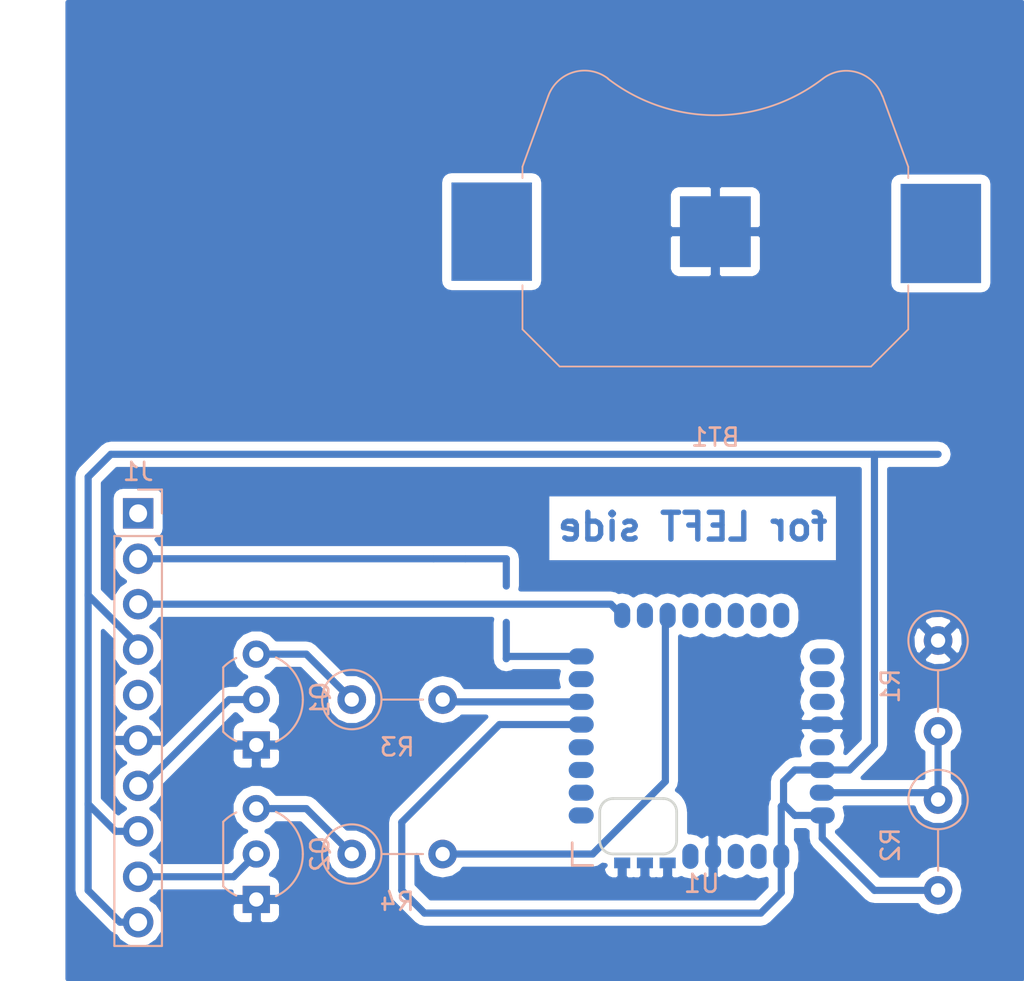
<source format=kicad_pcb>
(kicad_pcb (version 4) (host pcbnew 4.0.7)

  (general
    (links 27)
    (no_connects 8)
    (area 110.114761 59.389999 167.640001 118.413)
    (thickness 1.6)
    (drawings 1)
    (tracks 60)
    (zones 0)
    (modules 9)
    (nets 33)
  )

  (page A4)
  (layers
    (0 F.Cu signal)
    (31 B.Cu signal)
    (32 B.Adhes user)
    (33 F.Adhes user)
    (34 B.Paste user)
    (35 F.Paste user)
    (36 B.SilkS user)
    (37 F.SilkS user)
    (38 B.Mask user)
    (39 F.Mask user)
    (40 Dwgs.User user)
    (41 Cmts.User user)
    (42 Eco1.User user)
    (43 Eco2.User user)
    (44 Edge.Cuts user)
    (45 Margin user)
    (46 B.CrtYd user)
    (47 F.CrtYd user)
    (48 B.Fab user)
    (49 F.Fab user)
  )

  (setup
    (last_trace_width 0.4)
    (trace_clearance 0.4)
    (zone_clearance 0.508)
    (zone_45_only yes)
    (trace_min 0.4)
    (segment_width 0.2)
    (edge_width 0.15)
    (via_size 0.6)
    (via_drill 0.4)
    (via_min_size 0.4)
    (via_min_drill 0.3)
    (uvia_size 0.3)
    (uvia_drill 0.1)
    (uvias_allowed no)
    (uvia_min_size 0.2)
    (uvia_min_drill 0.1)
    (pcb_text_width 0.3)
    (pcb_text_size 1.5 1.5)
    (mod_edge_width 0.15)
    (mod_text_size 1 1)
    (mod_text_width 0.15)
    (pad_size 6 5.5)
    (pad_drill 0)
    (pad_to_mask_clearance 0.2)
    (aux_axis_origin 0 0)
    (grid_origin 97.79 128.27)
    (visible_elements FFFFFF7F)
    (pcbplotparams
      (layerselection 0x00030_80000001)
      (usegerberextensions false)
      (excludeedgelayer true)
      (linewidth 0.100000)
      (plotframeref false)
      (viasonmask false)
      (mode 1)
      (useauxorigin false)
      (hpglpennumber 1)
      (hpglpenspeed 20)
      (hpglpendiameter 15)
      (hpglpenoverlay 2)
      (psnegative false)
      (psa4output false)
      (plotreference true)
      (plotvalue true)
      (plotinvisibletext false)
      (padsonsilk false)
      (subtractmaskfromsilk false)
      (outputformat 1)
      (mirror false)
      (drillshape 1)
      (scaleselection 1)
      (outputdirectory ""))
  )

  (net 0 "")
  (net 1 GND)
  (net 2 "Net-(Q1-Pad3)")
  (net 3 "Net-(Q2-Pad3)")
  (net 4 "Net-(U1-Pad1)")
  (net 5 "Net-(U1-Pad2)")
  (net 6 "Net-(U1-Pad7)")
  (net 7 "Net-(U1-Pad10)")
  (net 8 "Net-(U1-Pad12)")
  (net 9 "Net-(U1-Pad13)")
  (net 10 "Net-(U1-Pad14)")
  (net 11 "Net-(U1-Pad15)")
  (net 12 "Net-(U1-Pad16)")
  (net 13 "Net-(U1-Pad17)")
  (net 14 "Net-(U1-Pad18)")
  (net 15 "Net-(U1-Pad19)")
  (net 16 "Net-(U1-Pad21)")
  (net 17 "Net-(U1-Pad26)")
  (net 18 "Net-(U1-Pad27)")
  (net 19 "Net-(U1-Pad29)")
  (net 20 VCC)
  (net 21 "Net-(BT1-Pad1)")
  (net 22 "Net-(J1-Pad1)")
  (net 23 TX)
  (net 24 RX)
  (net 25 "Net-(J1-Pad5)")
  (net 26 "Net-(R1-Pad2)")
  (net 27 "Net-(R3-Pad2)")
  (net 28 "Net-(R4-Pad2)")
  (net 29 "Net-(J1-Pad7)")
  (net 30 "Net-(J1-Pad9)")
  (net 31 "Net-(U1-Pad6)")
  (net 32 "Net-(U1-Pad11)")

  (net_class Default "これは標準のネット クラスです。"
    (clearance 0.4)
    (trace_width 0.4)
    (via_dia 0.6)
    (via_drill 0.4)
    (uvia_dia 0.3)
    (uvia_drill 0.1)
    (add_net GND)
    (add_net "Net-(BT1-Pad1)")
    (add_net "Net-(J1-Pad1)")
    (add_net "Net-(J1-Pad5)")
    (add_net "Net-(J1-Pad7)")
    (add_net "Net-(J1-Pad9)")
    (add_net "Net-(Q1-Pad3)")
    (add_net "Net-(Q2-Pad3)")
    (add_net "Net-(R1-Pad2)")
    (add_net "Net-(R3-Pad2)")
    (add_net "Net-(R4-Pad2)")
    (add_net "Net-(U1-Pad1)")
    (add_net "Net-(U1-Pad10)")
    (add_net "Net-(U1-Pad11)")
    (add_net "Net-(U1-Pad12)")
    (add_net "Net-(U1-Pad13)")
    (add_net "Net-(U1-Pad14)")
    (add_net "Net-(U1-Pad15)")
    (add_net "Net-(U1-Pad16)")
    (add_net "Net-(U1-Pad17)")
    (add_net "Net-(U1-Pad18)")
    (add_net "Net-(U1-Pad19)")
    (add_net "Net-(U1-Pad2)")
    (add_net "Net-(U1-Pad21)")
    (add_net "Net-(U1-Pad26)")
    (add_net "Net-(U1-Pad27)")
    (add_net "Net-(U1-Pad29)")
    (add_net "Net-(U1-Pad6)")
    (add_net "Net-(U1-Pad7)")
    (add_net RX)
    (add_net TX)
    (add_net VCC)
  )

  (module mylib:Keystone_3034_1x20mm-CoinCell_akizuki (layer B.Cu) (tedit 5A64B886) (tstamp 5A717F5D)
    (at 150.368 76.2)
    (descr "Keystone 3034 SMD battery holder for 2020, 2025 and 2032 coincell batteries. http://www.keyelco.com/product-pdf.cfm?p=798")
    (tags "Keystone type 3034 coin cell retainer")
    (path /5A64919C)
    (attr smd)
    (fp_text reference BT1 (at 0 11.5) (layer B.SilkS)
      (effects (font (size 1 1) (thickness 0.15)) (justify mirror))
    )
    (fp_text value Battery (at 0 -11.5) (layer B.Fab)
      (effects (font (size 1 1) (thickness 0.15)) (justify mirror))
    )
    (fp_text user %R (at 0 2.9) (layer B.Fab)
      (effects (font (size 1 1) (thickness 0.15)) (justify mirror))
    )
    (fp_circle (center 0 0) (end 0 -10.25) (layer Dwgs.User) (width 0.15))
    (fp_arc (start 0 -16.36) (end 6 -8.55) (angle 75.1) (layer B.SilkS) (width 0.1))
    (fp_arc (start -7.31 -6.85) (end -9.34 -7.58) (angle 107.5) (layer B.SilkS) (width 0.1))
    (fp_line (start -10.78 -3.63) (end -9.34 -7.58) (layer B.SilkS) (width 0.1))
    (fp_line (start -8.7 7.54) (end -10.78 5.46) (layer B.SilkS) (width 0.1))
    (fp_line (start 8.7 7.54) (end -8.7 7.54) (layer B.SilkS) (width 0.1))
    (fp_line (start 8.7 7.54) (end 10.78 5.46) (layer B.SilkS) (width 0.1))
    (fp_line (start 10.78 -3.63) (end 9.34 -7.58) (layer B.SilkS) (width 0.1))
    (fp_arc (start 7.31 -6.85) (end 6 -8.55) (angle 107.5) (layer B.SilkS) (width 0.1))
    (fp_line (start -10.78 5.46) (end -10.78 3) (layer B.SilkS) (width 0.1))
    (fp_line (start -10.78 -3) (end -10.78 -3.63) (layer B.SilkS) (width 0.1))
    (fp_line (start 10.78 5.46) (end 10.78 3) (layer B.SilkS) (width 0.1))
    (fp_line (start 10.78 -3) (end 10.78 -3.63) (layer B.SilkS) (width 0.1))
    (fp_line (start -9.19 -7.53) (end -10.63 -3.6) (layer B.Fab) (width 0.1))
    (fp_line (start -10.63 -3.6) (end -10.63 5.4) (layer B.Fab) (width 0.1))
    (fp_line (start -10.63 5.4) (end -8.64 7.39) (layer B.Fab) (width 0.1))
    (fp_line (start -8.64 7.39) (end 8.64 7.39) (layer B.Fab) (width 0.1))
    (fp_line (start 8.64 7.39) (end 10.63 5.4) (layer B.Fab) (width 0.1))
    (fp_line (start 10.63 5.4) (end 10.63 -3.6) (layer B.Fab) (width 0.1))
    (fp_line (start 10.63 -3.6) (end 9.19 -7.53) (layer B.Fab) (width 0.1))
    (fp_arc (start 7.31 -6.85) (end 6.1 -8.43) (angle 107.5) (layer B.Fab) (width 0.1))
    (fp_arc (start 0 -16.36) (end 6.1 -8.43) (angle 75.1) (layer B.Fab) (width 0.1))
    (fp_arc (start -7.31 -6.85) (end -9.19 -7.53) (angle 107.5) (layer B.Fab) (width 0.1))
    (fp_line (start 11.87 2.79) (end 10.88 2.79) (layer B.CrtYd) (width 0.05))
    (fp_line (start 10.88 2.79) (end 10.88 5.5) (layer B.CrtYd) (width 0.05))
    (fp_line (start 10.88 5.5) (end 8.74 7.64) (layer B.CrtYd) (width 0.05))
    (fp_line (start 8.74 7.64) (end 7.2 7.64) (layer B.CrtYd) (width 0.05))
    (fp_arc (start 0 0) (end 7.2 7.64) (angle 86.6) (layer B.CrtYd) (width 0.05))
    (fp_line (start -7.2 7.64) (end -8.74 7.64) (layer B.CrtYd) (width 0.05))
    (fp_line (start -8.74 7.64) (end -10.88 5.5) (layer B.CrtYd) (width 0.05))
    (fp_line (start -10.88 5.5) (end -10.88 2.79) (layer B.CrtYd) (width 0.05))
    (fp_line (start -10.88 2.79) (end -11.87 2.79) (layer B.CrtYd) (width 0.05))
    (fp_line (start -11.87 2.79) (end -11.87 -2.79) (layer B.CrtYd) (width 0.05))
    (fp_line (start -11.87 -2.79) (end -10.88 -2.79) (layer B.CrtYd) (width 0.05))
    (fp_line (start -10.88 -2.79) (end -10.88 -3.64) (layer B.CrtYd) (width 0.05))
    (fp_line (start -10.88 -3.64) (end -9.44 -7.62) (layer B.CrtYd) (width 0.05))
    (fp_arc (start -7.31 -6.85) (end -9.43 -7.62) (angle 106.9) (layer B.CrtYd) (width 0.05))
    (fp_arc (start 0 0) (end -5.96 -8.64) (angle 69.1) (layer B.CrtYd) (width 0.05))
    (fp_arc (start 7.31 -6.85) (end 5.96 -8.64) (angle 106.9) (layer B.CrtYd) (width 0.05))
    (fp_line (start 9.43 -7.63) (end 10.88 -3.64) (layer B.CrtYd) (width 0.05))
    (fp_line (start 10.88 -3.64) (end 10.88 -2.79) (layer B.CrtYd) (width 0.05))
    (fp_line (start 10.88 -2.79) (end 11.87 -2.79) (layer B.CrtYd) (width 0.05))
    (fp_line (start 11.87 -2.79) (end 11.87 2.79) (layer B.CrtYd) (width 0.05))
    (pad 1 smd rect (at -12.5 0) (size 4.5 5.5) (layers B.Cu B.Paste B.Mask)
      (net 21 "Net-(BT1-Pad1)"))
    (pad 2 smd rect (at 0 0) (size 3.96 3.96) (layers B.Cu B.Paste B.Mask)
      (net 1 GND))
    (pad 1 smd rect (at 12.6 0.1) (size 4.5 5.55) (layers B.Cu B.Paste B.Mask)
      (net 21 "Net-(BT1-Pad1)"))
    (model ${KISYS3DMOD}/Battery_Holders.3dshapes/Keystone_3034_1x20mm-CoinCell.wrl
      (at (xyz 0 0 0))
      (scale (xyz 1 1 1))
      (rotate (xyz 0 0 0))
    )
  )

  (module Socket_Strips:Socket_Strip_Straight_1x10_Pitch2.54mm (layer B.Cu) (tedit 58CD5446) (tstamp 5A717F6B)
    (at 118.11 91.948 180)
    (descr "Through hole straight socket strip, 1x10, 2.54mm pitch, single row")
    (tags "Through hole socket strip THT 1x10 2.54mm single row")
    (path /5A717BC7)
    (fp_text reference J1 (at 0 2.33 180) (layer B.SilkS)
      (effects (font (size 1 1) (thickness 0.15)) (justify mirror))
    )
    (fp_text value Conn_01x10_Female (at 0 -25.19 180) (layer B.Fab)
      (effects (font (size 1 1) (thickness 0.15)) (justify mirror))
    )
    (fp_line (start -1.27 1.27) (end -1.27 -24.13) (layer B.Fab) (width 0.1))
    (fp_line (start -1.27 -24.13) (end 1.27 -24.13) (layer B.Fab) (width 0.1))
    (fp_line (start 1.27 -24.13) (end 1.27 1.27) (layer B.Fab) (width 0.1))
    (fp_line (start 1.27 1.27) (end -1.27 1.27) (layer B.Fab) (width 0.1))
    (fp_line (start -1.33 -1.27) (end -1.33 -24.19) (layer B.SilkS) (width 0.12))
    (fp_line (start -1.33 -24.19) (end 1.33 -24.19) (layer B.SilkS) (width 0.12))
    (fp_line (start 1.33 -24.19) (end 1.33 -1.27) (layer B.SilkS) (width 0.12))
    (fp_line (start 1.33 -1.27) (end -1.33 -1.27) (layer B.SilkS) (width 0.12))
    (fp_line (start -1.33 0) (end -1.33 1.33) (layer B.SilkS) (width 0.12))
    (fp_line (start -1.33 1.33) (end 0 1.33) (layer B.SilkS) (width 0.12))
    (fp_line (start -1.8 1.8) (end -1.8 -24.65) (layer B.CrtYd) (width 0.05))
    (fp_line (start -1.8 -24.65) (end 1.8 -24.65) (layer B.CrtYd) (width 0.05))
    (fp_line (start 1.8 -24.65) (end 1.8 1.8) (layer B.CrtYd) (width 0.05))
    (fp_line (start 1.8 1.8) (end -1.8 1.8) (layer B.CrtYd) (width 0.05))
    (fp_text user %R (at 0 2.33 180) (layer B.Fab)
      (effects (font (size 1 1) (thickness 0.15)) (justify mirror))
    )
    (pad 1 thru_hole rect (at 0 0 180) (size 1.7 1.7) (drill 1) (layers *.Cu *.Mask)
      (net 22 "Net-(J1-Pad1)"))
    (pad 2 thru_hole oval (at 0 -2.54 180) (size 1.7 1.7) (drill 1) (layers *.Cu *.Mask)
      (net 23 TX))
    (pad 3 thru_hole oval (at 0 -5.08 180) (size 1.7 1.7) (drill 1) (layers *.Cu *.Mask)
      (net 24 RX))
    (pad 4 thru_hole oval (at 0 -7.62 180) (size 1.7 1.7) (drill 1) (layers *.Cu *.Mask)
      (net 20 VCC))
    (pad 5 thru_hole oval (at 0 -10.16 180) (size 1.7 1.7) (drill 1) (layers *.Cu *.Mask)
      (net 25 "Net-(J1-Pad5)"))
    (pad 6 thru_hole oval (at 0 -12.7 180) (size 1.7 1.7) (drill 1) (layers *.Cu *.Mask)
      (net 1 GND))
    (pad 7 thru_hole oval (at 0 -15.24 180) (size 1.7 1.7) (drill 1) (layers *.Cu *.Mask)
      (net 29 "Net-(J1-Pad7)"))
    (pad 8 thru_hole oval (at 0 -17.78 180) (size 1.7 1.7) (drill 1) (layers *.Cu *.Mask)
      (net 20 VCC))
    (pad 9 thru_hole oval (at 0 -20.32 180) (size 1.7 1.7) (drill 1) (layers *.Cu *.Mask)
      (net 30 "Net-(J1-Pad9)"))
    (pad 10 thru_hole oval (at 0 -22.86 180) (size 1.7 1.7) (drill 1) (layers *.Cu *.Mask)
      (net 20 VCC))
    (model ${KISYS3DMOD}/Socket_Strips.3dshapes/Socket_Strip_Straight_1x10_Pitch2.54mm.wrl
      (at (xyz 0 -0.45 0))
      (scale (xyz 1 1 1))
      (rotate (xyz 0 0 270))
    )
  )

  (module TO_SOT_Packages_THT:TO-92_Inline_Wide (layer B.Cu) (tedit 58CE52AF) (tstamp 5A717F72)
    (at 124.714 104.902 90)
    (descr "TO-92 leads in-line, wide, drill 0.8mm (see NXP sot054_po.pdf)")
    (tags "to-92 sc-43 sc-43a sot54 PA33 transistor")
    (path /5A6490A0)
    (fp_text reference Q1 (at 2.54 3.56 270) (layer B.SilkS)
      (effects (font (size 1 1) (thickness 0.15)) (justify mirror))
    )
    (fp_text value 2SC1815 (at 2.54 -2.79 90) (layer B.Fab)
      (effects (font (size 1 1) (thickness 0.15)) (justify mirror))
    )
    (fp_text user %R (at 2.54 3.56 270) (layer B.Fab)
      (effects (font (size 1 1) (thickness 0.15)) (justify mirror))
    )
    (fp_line (start 0.74 -1.85) (end 4.34 -1.85) (layer B.SilkS) (width 0.12))
    (fp_line (start 0.8 -1.75) (end 4.3 -1.75) (layer B.Fab) (width 0.1))
    (fp_line (start -1.01 2.73) (end 6.09 2.73) (layer B.CrtYd) (width 0.05))
    (fp_line (start -1.01 2.73) (end -1.01 -2.01) (layer B.CrtYd) (width 0.05))
    (fp_line (start 6.09 -2.01) (end 6.09 2.73) (layer B.CrtYd) (width 0.05))
    (fp_line (start 6.09 -2.01) (end -1.01 -2.01) (layer B.CrtYd) (width 0.05))
    (fp_arc (start 2.54 0) (end 0.74 -1.85) (angle -20) (layer B.SilkS) (width 0.12))
    (fp_arc (start 2.54 0) (end 2.54 2.6) (angle 65) (layer B.SilkS) (width 0.12))
    (fp_arc (start 2.54 0) (end 2.54 2.6) (angle -65) (layer B.SilkS) (width 0.12))
    (fp_arc (start 2.54 0) (end 2.54 2.48) (angle -135) (layer B.Fab) (width 0.1))
    (fp_arc (start 2.54 0) (end 2.54 2.48) (angle 135) (layer B.Fab) (width 0.1))
    (fp_arc (start 2.54 0) (end 4.34 -1.85) (angle 20) (layer B.SilkS) (width 0.12))
    (pad 2 thru_hole circle (at 2.54 0) (size 1.52 1.52) (drill 0.8) (layers *.Cu *.Mask)
      (net 29 "Net-(J1-Pad7)"))
    (pad 3 thru_hole circle (at 5.08 0) (size 1.52 1.52) (drill 0.8) (layers *.Cu *.Mask)
      (net 2 "Net-(Q1-Pad3)"))
    (pad 1 thru_hole rect (at 0 0) (size 1.52 1.52) (drill 0.8) (layers *.Cu *.Mask)
      (net 1 GND))
    (model ${KISYS3DMOD}/TO_SOT_Packages_THT.3dshapes/TO-92_Inline_Wide.wrl
      (at (xyz 0.1 0 0))
      (scale (xyz 1 1 1))
      (rotate (xyz 0 0 -90))
    )
  )

  (module TO_SOT_Packages_THT:TO-92_Inline_Wide (layer B.Cu) (tedit 58CE52AF) (tstamp 5A717F79)
    (at 124.714 113.538 90)
    (descr "TO-92 leads in-line, wide, drill 0.8mm (see NXP sot054_po.pdf)")
    (tags "to-92 sc-43 sc-43a sot54 PA33 transistor")
    (path /5A64910F)
    (fp_text reference Q2 (at 2.54 3.56 270) (layer B.SilkS)
      (effects (font (size 1 1) (thickness 0.15)) (justify mirror))
    )
    (fp_text value 2SC1815 (at 2.54 -2.79 90) (layer B.Fab)
      (effects (font (size 1 1) (thickness 0.15)) (justify mirror))
    )
    (fp_text user %R (at 2.54 3.56 270) (layer B.Fab)
      (effects (font (size 1 1) (thickness 0.15)) (justify mirror))
    )
    (fp_line (start 0.74 -1.85) (end 4.34 -1.85) (layer B.SilkS) (width 0.12))
    (fp_line (start 0.8 -1.75) (end 4.3 -1.75) (layer B.Fab) (width 0.1))
    (fp_line (start -1.01 2.73) (end 6.09 2.73) (layer B.CrtYd) (width 0.05))
    (fp_line (start -1.01 2.73) (end -1.01 -2.01) (layer B.CrtYd) (width 0.05))
    (fp_line (start 6.09 -2.01) (end 6.09 2.73) (layer B.CrtYd) (width 0.05))
    (fp_line (start 6.09 -2.01) (end -1.01 -2.01) (layer B.CrtYd) (width 0.05))
    (fp_arc (start 2.54 0) (end 0.74 -1.85) (angle -20) (layer B.SilkS) (width 0.12))
    (fp_arc (start 2.54 0) (end 2.54 2.6) (angle 65) (layer B.SilkS) (width 0.12))
    (fp_arc (start 2.54 0) (end 2.54 2.6) (angle -65) (layer B.SilkS) (width 0.12))
    (fp_arc (start 2.54 0) (end 2.54 2.48) (angle -135) (layer B.Fab) (width 0.1))
    (fp_arc (start 2.54 0) (end 2.54 2.48) (angle 135) (layer B.Fab) (width 0.1))
    (fp_arc (start 2.54 0) (end 4.34 -1.85) (angle 20) (layer B.SilkS) (width 0.12))
    (pad 2 thru_hole circle (at 2.54 0) (size 1.52 1.52) (drill 0.8) (layers *.Cu *.Mask)
      (net 30 "Net-(J1-Pad9)"))
    (pad 3 thru_hole circle (at 5.08 0) (size 1.52 1.52) (drill 0.8) (layers *.Cu *.Mask)
      (net 3 "Net-(Q2-Pad3)"))
    (pad 1 thru_hole rect (at 0 0) (size 1.52 1.52) (drill 0.8) (layers *.Cu *.Mask)
      (net 1 GND))
    (model ${KISYS3DMOD}/TO_SOT_Packages_THT.3dshapes/TO-92_Inline_Wide.wrl
      (at (xyz 0.1 0 0))
      (scale (xyz 1 1 1))
      (rotate (xyz 0 0 -90))
    )
  )

  (module Resistors_THT:R_Axial_DIN0309_L9.0mm_D3.2mm_P5.08mm_Vertical (layer B.Cu) (tedit 5874F706) (tstamp 5A717F7F)
    (at 162.814 99.06 270)
    (descr "Resistor, Axial_DIN0309 series, Axial, Vertical, pin pitch=5.08mm, 0.5W = 1/2W, length*diameter=9*3.2mm^2, http://cdn-reichelt.de/documents/datenblatt/B400/1_4W%23YAG.pdf")
    (tags "Resistor Axial_DIN0309 series Axial Vertical pin pitch 5.08mm 0.5W = 1/2W length 9mm diameter 3.2mm")
    (path /5A7180B1)
    (fp_text reference R1 (at 2.54 2.66 270) (layer B.SilkS)
      (effects (font (size 1 1) (thickness 0.15)) (justify mirror))
    )
    (fp_text value 100k (at 2.54 -2.66 270) (layer B.Fab)
      (effects (font (size 1 1) (thickness 0.15)) (justify mirror))
    )
    (fp_circle (center 0 0) (end 1.6 0) (layer B.Fab) (width 0.1))
    (fp_circle (center 0 0) (end 1.66 0) (layer B.SilkS) (width 0.12))
    (fp_line (start 0 0) (end 5.08 0) (layer B.Fab) (width 0.1))
    (fp_line (start 1.66 0) (end 3.98 0) (layer B.SilkS) (width 0.12))
    (fp_line (start -1.95 1.95) (end -1.95 -1.95) (layer B.CrtYd) (width 0.05))
    (fp_line (start -1.95 -1.95) (end 6.2 -1.95) (layer B.CrtYd) (width 0.05))
    (fp_line (start 6.2 -1.95) (end 6.2 1.95) (layer B.CrtYd) (width 0.05))
    (fp_line (start 6.2 1.95) (end -1.95 1.95) (layer B.CrtYd) (width 0.05))
    (pad 1 thru_hole circle (at 0 0 270) (size 1.6 1.6) (drill 0.8) (layers *.Cu *.Mask)
      (net 1 GND))
    (pad 2 thru_hole oval (at 5.08 0 270) (size 1.6 1.6) (drill 0.8) (layers *.Cu *.Mask)
      (net 26 "Net-(R1-Pad2)"))
    (model ${KISYS3DMOD}/Resistors_THT.3dshapes/R_Axial_DIN0309_L9.0mm_D3.2mm_P5.08mm_Vertical.wrl
      (at (xyz 0 0 0))
      (scale (xyz 0.393701 0.393701 0.393701))
      (rotate (xyz 0 0 0))
    )
  )

  (module Resistors_THT:R_Axial_DIN0309_L9.0mm_D3.2mm_P5.08mm_Vertical (layer B.Cu) (tedit 5874F706) (tstamp 5A717F85)
    (at 162.814 107.95 270)
    (descr "Resistor, Axial_DIN0309 series, Axial, Vertical, pin pitch=5.08mm, 0.5W = 1/2W, length*diameter=9*3.2mm^2, http://cdn-reichelt.de/documents/datenblatt/B400/1_4W%23YAG.pdf")
    (tags "Resistor Axial_DIN0309 series Axial Vertical pin pitch 5.08mm 0.5W = 1/2W length 9mm diameter 3.2mm")
    (path /5A71804E)
    (fp_text reference R2 (at 2.54 2.66 270) (layer B.SilkS)
      (effects (font (size 1 1) (thickness 0.15)) (justify mirror))
    )
    (fp_text value 100k (at 2.54 -2.66 270) (layer B.Fab)
      (effects (font (size 1 1) (thickness 0.15)) (justify mirror))
    )
    (fp_circle (center 0 0) (end 1.6 0) (layer B.Fab) (width 0.1))
    (fp_circle (center 0 0) (end 1.66 0) (layer B.SilkS) (width 0.12))
    (fp_line (start 0 0) (end 5.08 0) (layer B.Fab) (width 0.1))
    (fp_line (start 1.66 0) (end 3.98 0) (layer B.SilkS) (width 0.12))
    (fp_line (start -1.95 1.95) (end -1.95 -1.95) (layer B.CrtYd) (width 0.05))
    (fp_line (start -1.95 -1.95) (end 6.2 -1.95) (layer B.CrtYd) (width 0.05))
    (fp_line (start 6.2 -1.95) (end 6.2 1.95) (layer B.CrtYd) (width 0.05))
    (fp_line (start 6.2 1.95) (end -1.95 1.95) (layer B.CrtYd) (width 0.05))
    (pad 1 thru_hole circle (at 0 0 270) (size 1.6 1.6) (drill 0.8) (layers *.Cu *.Mask)
      (net 26 "Net-(R1-Pad2)"))
    (pad 2 thru_hole oval (at 5.08 0 270) (size 1.6 1.6) (drill 0.8) (layers *.Cu *.Mask)
      (net 20 VCC))
    (model ${KISYS3DMOD}/Resistors_THT.3dshapes/R_Axial_DIN0309_L9.0mm_D3.2mm_P5.08mm_Vertical.wrl
      (at (xyz 0 0 0))
      (scale (xyz 0.393701 0.393701 0.393701))
      (rotate (xyz 0 0 0))
    )
  )

  (module Resistors_THT:R_Axial_DIN0309_L9.0mm_D3.2mm_P5.08mm_Vertical (layer B.Cu) (tedit 5874F706) (tstamp 5A717F8B)
    (at 130.048 102.362)
    (descr "Resistor, Axial_DIN0309 series, Axial, Vertical, pin pitch=5.08mm, 0.5W = 1/2W, length*diameter=9*3.2mm^2, http://cdn-reichelt.de/documents/datenblatt/B400/1_4W%23YAG.pdf")
    (tags "Resistor Axial_DIN0309 series Axial Vertical pin pitch 5.08mm 0.5W = 1/2W length 9mm diameter 3.2mm")
    (path /5A717C68)
    (fp_text reference R3 (at 2.54 2.66) (layer B.SilkS)
      (effects (font (size 1 1) (thickness 0.15)) (justify mirror))
    )
    (fp_text value 1k (at 2.54 -2.66) (layer B.Fab)
      (effects (font (size 1 1) (thickness 0.15)) (justify mirror))
    )
    (fp_circle (center 0 0) (end 1.6 0) (layer B.Fab) (width 0.1))
    (fp_circle (center 0 0) (end 1.66 0) (layer B.SilkS) (width 0.12))
    (fp_line (start 0 0) (end 5.08 0) (layer B.Fab) (width 0.1))
    (fp_line (start 1.66 0) (end 3.98 0) (layer B.SilkS) (width 0.12))
    (fp_line (start -1.95 1.95) (end -1.95 -1.95) (layer B.CrtYd) (width 0.05))
    (fp_line (start -1.95 -1.95) (end 6.2 -1.95) (layer B.CrtYd) (width 0.05))
    (fp_line (start 6.2 -1.95) (end 6.2 1.95) (layer B.CrtYd) (width 0.05))
    (fp_line (start 6.2 1.95) (end -1.95 1.95) (layer B.CrtYd) (width 0.05))
    (pad 1 thru_hole circle (at 0 0) (size 1.6 1.6) (drill 0.8) (layers *.Cu *.Mask)
      (net 2 "Net-(Q1-Pad3)"))
    (pad 2 thru_hole oval (at 5.08 0) (size 1.6 1.6) (drill 0.8) (layers *.Cu *.Mask)
      (net 27 "Net-(R3-Pad2)"))
    (model ${KISYS3DMOD}/Resistors_THT.3dshapes/R_Axial_DIN0309_L9.0mm_D3.2mm_P5.08mm_Vertical.wrl
      (at (xyz 0 0 0))
      (scale (xyz 0.393701 0.393701 0.393701))
      (rotate (xyz 0 0 0))
    )
  )

  (module Resistors_THT:R_Axial_DIN0309_L9.0mm_D3.2mm_P5.08mm_Vertical (layer B.Cu) (tedit 5874F706) (tstamp 5A717F91)
    (at 130.048 110.998)
    (descr "Resistor, Axial_DIN0309 series, Axial, Vertical, pin pitch=5.08mm, 0.5W = 1/2W, length*diameter=9*3.2mm^2, http://cdn-reichelt.de/documents/datenblatt/B400/1_4W%23YAG.pdf")
    (tags "Resistor Axial_DIN0309 series Axial Vertical pin pitch 5.08mm 0.5W = 1/2W length 9mm diameter 3.2mm")
    (path /5A717D38)
    (fp_text reference R4 (at 2.54 2.66) (layer B.SilkS)
      (effects (font (size 1 1) (thickness 0.15)) (justify mirror))
    )
    (fp_text value 1k (at 2.54 -2.66) (layer B.Fab)
      (effects (font (size 1 1) (thickness 0.15)) (justify mirror))
    )
    (fp_circle (center 0 0) (end 1.6 0) (layer B.Fab) (width 0.1))
    (fp_circle (center 0 0) (end 1.66 0) (layer B.SilkS) (width 0.12))
    (fp_line (start 0 0) (end 5.08 0) (layer B.Fab) (width 0.1))
    (fp_line (start 1.66 0) (end 3.98 0) (layer B.SilkS) (width 0.12))
    (fp_line (start -1.95 1.95) (end -1.95 -1.95) (layer B.CrtYd) (width 0.05))
    (fp_line (start -1.95 -1.95) (end 6.2 -1.95) (layer B.CrtYd) (width 0.05))
    (fp_line (start 6.2 -1.95) (end 6.2 1.95) (layer B.CrtYd) (width 0.05))
    (fp_line (start 6.2 1.95) (end -1.95 1.95) (layer B.CrtYd) (width 0.05))
    (pad 1 thru_hole circle (at 0 0) (size 1.6 1.6) (drill 0.8) (layers *.Cu *.Mask)
      (net 3 "Net-(Q2-Pad3)"))
    (pad 2 thru_hole oval (at 5.08 0) (size 1.6 1.6) (drill 0.8) (layers *.Cu *.Mask)
      (net 28 "Net-(R4-Pad2)"))
    (model ${KISYS3DMOD}/Resistors_THT.3dshapes/R_Axial_DIN0309_L9.0mm_D3.2mm_P5.08mm_Vertical.wrl
      (at (xyz 0 0 0))
      (scale (xyz 0.393701 0.393701 0.393701))
      (rotate (xyz 0 0 0))
    )
  )

  (module favorites:TWE-001L-SMD (layer B.Cu) (tedit 55C6F6C3) (tstamp 5A717FB5)
    (at 149.606 104.394)
    (descr http://mono-wireless.com/jp/products/TWE-Lite/MNO-PDS-TWE001L-JP-2.10-2.pdf)
    (path /5A648F7A)
    (fp_text reference U1 (at 0 8.255) (layer B.SilkS)
      (effects (font (size 1 1) (thickness 0.15)) (justify mirror))
    )
    (fp_text value TWE_LITE_SMD (at 0 -0.85) (layer B.SilkS) hide
      (effects (font (size 1 1) (thickness 0.15)) (justify mirror))
    )
    (fp_line (start -6.096 7.239) (end -7.239 7.239) (layer B.SilkS) (width 0.15))
    (fp_line (start -7.239 7.239) (end -7.239 5.969) (layer B.SilkS) (width 0.15))
    (fp_line (start -6.985 6.985) (end 6.985 6.985) (layer Dwgs.User) (width 0.15))
    (fp_line (start -0.5 0) (end -0.2 0) (layer Dwgs.User) (width 0.15))
    (fp_line (start 0 0.5) (end 0 0.2) (layer Dwgs.User) (width 0.15))
    (fp_line (start 0 -0.5) (end 0 -0.2) (layer Dwgs.User) (width 0.15))
    (fp_line (start 0.2 0) (end 0.5 0) (layer Dwgs.User) (width 0.15))
    (fp_arc (start -4.95 4.25) (end -4.95 3.5) (angle -90) (layer Edge.Cuts) (width 0.15))
    (fp_line (start -5.7 4.25) (end -5.7 5.85) (layer Edge.Cuts) (width 0.15))
    (fp_arc (start -4.95 5.85) (end -5.7 5.85) (angle -90) (layer Edge.Cuts) (width 0.15))
    (fp_line (start -2.15 6.6) (end -4.95 6.6) (layer Edge.Cuts) (width 0.15))
    (fp_arc (start -2.15 5.85) (end -2.15 6.6) (angle -90) (layer Edge.Cuts) (width 0.15))
    (fp_line (start -1.4 5.85) (end -1.4 4.25) (layer Edge.Cuts) (width 0.15))
    (fp_arc (start -2.15 4.25) (end -1.4 4.25) (angle -90) (layer Edge.Cuts) (width 0.15))
    (fp_line (start -2.15 3.5) (end -4.95 3.5) (layer Edge.Cuts) (width 0.15))
    (fp_line (start -6.985 6.985) (end -6.985 -6.985) (layer Dwgs.User) (width 0.15))
    (fp_line (start -6.985 -6.985) (end 6.985 -6.985) (layer Dwgs.User) (width 0.15))
    (fp_line (start 6.985 -6.985) (end 6.985 6.985) (layer Dwgs.User) (width 0.15))
    (pad 1 smd oval (at -6.735 4.445 270) (size 0.9 1.4) (layers B.Cu B.Paste B.Mask)
      (net 4 "Net-(U1-Pad1)"))
    (pad 2 smd oval (at -6.735 3.175 270) (size 0.9 1.4) (layers B.Cu B.Paste B.Mask)
      (net 5 "Net-(U1-Pad2)"))
    (pad 3 smd oval (at -6.735 1.905 270) (size 0.9 1.4) (layers B.Cu B.Paste B.Mask)
      (net 28 "Net-(R4-Pad2)"))
    (pad 4 smd oval (at -6.735 0.635 270) (size 0.9 1.4) (layers B.Cu B.Paste B.Mask)
      (net 27 "Net-(R3-Pad2)"))
    (pad 5 smd oval (at -6.735 -0.635 270) (size 0.9 1.4) (layers B.Cu B.Paste B.Mask)
      (net 20 VCC))
    (pad 6 smd oval (at -6.735 -1.905 270) (size 0.9 1.4) (layers B.Cu B.Paste B.Mask)
      (net 31 "Net-(U1-Pad6)"))
    (pad 7 smd oval (at -6.735 -3.175 270) (size 0.9 1.4) (layers B.Cu B.Paste B.Mask)
      (net 6 "Net-(U1-Pad7)"))
    (pad 8 smd oval (at -6.735 -4.445 270) (size 0.9 1.4) (layers B.Cu B.Paste B.Mask)
      (net 23 TX))
    (pad 9 smd oval (at -4.445 -6.735) (size 0.9 1.4) (layers B.Cu B.Paste B.Mask)
      (net 24 RX))
    (pad 10 smd oval (at -3.175 -6.735) (size 0.9 1.4) (layers B.Cu B.Paste B.Mask)
      (net 7 "Net-(U1-Pad10)"))
    (pad 11 smd oval (at -1.905 -6.735) (size 0.9 1.4) (layers B.Cu B.Paste B.Mask)
      (net 32 "Net-(U1-Pad11)"))
    (pad 12 smd oval (at -0.635 -6.735) (size 0.9 1.4) (layers B.Cu B.Paste B.Mask)
      (net 8 "Net-(U1-Pad12)"))
    (pad 13 smd oval (at 0.635 -6.735) (size 0.9 1.4) (layers B.Cu B.Paste B.Mask)
      (net 9 "Net-(U1-Pad13)"))
    (pad 14 smd oval (at 1.905 -6.735) (size 0.9 1.4) (layers B.Cu B.Paste B.Mask)
      (net 10 "Net-(U1-Pad14)"))
    (pad 15 smd oval (at 3.175 -6.735) (size 0.9 1.4) (layers B.Cu B.Paste B.Mask)
      (net 11 "Net-(U1-Pad15)"))
    (pad 16 smd oval (at 4.445 -6.735) (size 0.9 1.4) (layers B.Cu B.Paste B.Mask)
      (net 12 "Net-(U1-Pad16)"))
    (pad 17 smd oval (at 6.735 -4.445 270) (size 0.9 1.4) (layers B.Cu B.Paste B.Mask)
      (net 13 "Net-(U1-Pad17)"))
    (pad 18 smd oval (at 6.735 -3.175 270) (size 0.9 1.4) (layers B.Cu B.Paste B.Mask)
      (net 14 "Net-(U1-Pad18)"))
    (pad 19 smd oval (at 6.735 -1.905 270) (size 0.9 1.4) (layers B.Cu B.Paste B.Mask)
      (net 15 "Net-(U1-Pad19)"))
    (pad 20 smd oval (at 6.735 -0.635 270) (size 0.9 1.4) (layers B.Cu B.Paste B.Mask)
      (net 1 GND))
    (pad 21 smd oval (at 6.735 0.635 270) (size 0.9 1.4) (layers B.Cu B.Paste B.Mask)
      (net 16 "Net-(U1-Pad21)"))
    (pad 22 smd oval (at 6.735 1.905 270) (size 0.9 1.4) (layers B.Cu B.Paste B.Mask)
      (net 20 VCC))
    (pad 23 smd oval (at 6.735 3.175 270) (size 0.9 1.4) (layers B.Cu B.Paste B.Mask)
      (net 26 "Net-(R1-Pad2)"))
    (pad 24 smd oval (at 6.735 4.445 270) (size 0.9 1.4) (layers B.Cu B.Paste B.Mask)
      (net 20 VCC))
    (pad 25 smd oval (at 4.445 6.735) (size 0.9 1.4) (layers B.Cu B.Paste B.Mask)
      (net 20 VCC))
    (pad 26 smd oval (at 3.175 6.735) (size 0.9 1.4) (layers B.Cu B.Paste B.Mask)
      (net 17 "Net-(U1-Pad26)"))
    (pad 27 smd oval (at 1.905 6.735) (size 0.9 1.4) (layers B.Cu B.Paste B.Mask)
      (net 18 "Net-(U1-Pad27)"))
    (pad 28 smd oval (at 0.635 6.735) (size 0.9 1.4) (layers B.Cu B.Paste B.Mask)
      (net 1 GND))
    (pad 29 smd oval (at -0.635 6.735) (size 0.9 1.4) (layers B.Cu B.Paste B.Mask)
      (net 19 "Net-(U1-Pad29)"))
    (pad 30 smd rect (at -1.905 7.1) (size 0.9 0.6) (layers B.Cu B.Paste B.Mask)
      (net 1 GND))
    (pad 31 smd rect (at -3.175 7.1) (size 0.9 0.6) (layers B.Cu B.Paste B.Mask)
      (net 1 GND))
    (pad 32 smd rect (at -4.445 7.1) (size 0.9 0.6) (layers B.Cu B.Paste B.Mask)
      (net 1 GND))
    (model favorites.3dshapes/TWE-001L-SMD.wrl
      (at (xyz 0 0 0))
      (scale (xyz 0.393701 0.393701 0.393701))
      (rotate (xyz 0 0 0))
    )
  )

  (gr_text "for LEFT side\n" (at 149.098 92.71) (layer B.Cu)
    (effects (font (size 1.5 1.5) (thickness 0.3)) (justify mirror))
  )

  (segment (start 124.714 99.822) (end 127.508 99.822) (width 0.4) (layer B.Cu) (net 2))
  (segment (start 127.508 99.822) (end 130.048 102.362) (width 0.4) (layer B.Cu) (net 2) (tstamp 5A718100))
  (segment (start 124.714 108.458) (end 127.508 108.458) (width 0.4) (layer B.Cu) (net 3))
  (segment (start 127.508 108.458) (end 130.048 110.998) (width 0.4) (layer B.Cu) (net 3) (tstamp 5A7180FC))
  (segment (start 115.316 108.204) (end 115.316 113.03) (width 0.4) (layer B.Cu) (net 20))
  (segment (start 117.094 114.808) (end 118.11 114.808) (width 0.4) (layer B.Cu) (net 20) (tstamp 5A7189A7))
  (segment (start 115.316 113.03) (end 117.094 114.808) (width 0.4) (layer B.Cu) (net 20) (tstamp 5A7189A6))
  (segment (start 118.11 109.728) (end 116.84 109.728) (width 0.4) (layer B.Cu) (net 20))
  (segment (start 115.316 108.204) (end 115.316 96.52) (width 0.4) (layer B.Cu) (net 20) (tstamp 5A718977))
  (segment (start 116.84 109.728) (end 115.316 108.204) (width 0.4) (layer B.Cu) (net 20) (tstamp 5A718971))
  (segment (start 154.051 111.129) (end 154.051 108.331) (width 0.4) (layer B.Cu) (net 20))
  (segment (start 154.051 108.331) (end 154.178 108.204) (width 0.4) (layer B.Cu) (net 20) (tstamp 5A7183AE))
  (segment (start 142.871 103.759) (end 138.303 103.759) (width 0.4) (layer B.Cu) (net 20))
  (segment (start 154.051 113.157) (end 154.051 111.129) (width 0.4) (layer B.Cu) (net 20) (tstamp 5A7183AB))
  (segment (start 152.908 114.3) (end 154.051 113.157) (width 0.4) (layer B.Cu) (net 20) (tstamp 5A7183A9))
  (segment (start 134.112 114.3) (end 152.908 114.3) (width 0.4) (layer B.Cu) (net 20) (tstamp 5A7183A2))
  (segment (start 132.842 113.03) (end 134.112 114.3) (width 0.4) (layer B.Cu) (net 20) (tstamp 5A7183A1))
  (segment (start 132.842 109.22) (end 132.842 113.03) (width 0.4) (layer B.Cu) (net 20) (tstamp 5A71839F))
  (segment (start 138.303 103.759) (end 132.842 109.22) (width 0.4) (layer B.Cu) (net 20) (tstamp 5A718399))
  (segment (start 115.316 96.52) (end 115.316 89.916) (width 0.4) (layer B.Cu) (net 20))
  (segment (start 115.316 89.916) (end 116.586 88.646) (width 0.4) (layer B.Cu) (net 20) (tstamp 5A718299))
  (segment (start 116.586 88.646) (end 159.258 88.646) (width 0.4) (layer B.Cu) (net 20) (tstamp 5A71829C))
  (segment (start 156.341 108.839) (end 156.341 110.113) (width 0.4) (layer B.Cu) (net 20))
  (segment (start 159.258 113.03) (end 162.814 113.03) (width 0.4) (layer B.Cu) (net 20) (tstamp 5A7181ED))
  (segment (start 156.341 110.113) (end 159.258 113.03) (width 0.4) (layer B.Cu) (net 20) (tstamp 5A7181E8))
  (segment (start 156.341 108.839) (end 154.813 108.839) (width 0.4) (layer B.Cu) (net 20))
  (segment (start 154.813 108.839) (end 154.178 108.204) (width 0.4) (layer B.Cu) (net 20) (tstamp 5A7181E1))
  (segment (start 154.813 106.299) (end 156.341 106.299) (width 0.4) (layer B.Cu) (net 20) (tstamp 5A7181E5))
  (segment (start 154.178 108.204) (end 154.178 106.934) (width 0.4) (layer B.Cu) (net 20) (tstamp 5A7181E2))
  (segment (start 154.178 106.934) (end 154.813 106.299) (width 0.4) (layer B.Cu) (net 20) (tstamp 5A7181E3))
  (segment (start 156.341 106.299) (end 157.861 106.299) (width 0.4) (layer B.Cu) (net 20))
  (segment (start 157.861 106.299) (end 159.258 104.902) (width 0.4) (layer B.Cu) (net 20) (tstamp 5A7181DA))
  (segment (start 159.258 104.902) (end 159.258 88.646) (width 0.4) (layer B.Cu) (net 20) (tstamp 5A7181DB))
  (segment (start 159.258 88.646) (end 162.814 88.646) (width 0.4) (layer B.Cu) (net 20) (tstamp 5A7181DF))
  (segment (start 118.11 99.568) (end 118.11 99.314) (width 0.4) (layer B.Cu) (net 20))
  (segment (start 118.11 99.314) (end 115.316 96.52) (width 0.4) (layer B.Cu) (net 20) (tstamp 5A7181CF))
  (segment (start 118.11 109.728) (end 118.11 109.474) (width 0.4) (layer B.Cu) (net 20))
  (segment (start 136.398 94.488) (end 138.684 94.488) (width 0.4) (layer B.Cu) (net 23))
  (segment (start 134.62 94.488) (end 136.398 94.488) (width 0.4) (layer B.Cu) (net 23) (tstamp 5A718121))
  (segment (start 118.11 94.488) (end 134.62 94.488) (width 0.4) (layer B.Cu) (net 23))
  (segment (start 138.684 94.488) (end 138.684 96.012) (width 0.4) (layer B.Cu) (net 23) (tstamp 5A718210))
  (segment (start 138.684 98.044) (end 138.684 100.076) (width 0.4) (layer B.Cu) (net 23))
  (segment (start 138.811 99.949) (end 138.684 100.076) (width 0.4) (layer B.Cu) (net 23) (tstamp 5A718201))
  (segment (start 138.811 99.949) (end 142.871 99.949) (width 0.4) (layer B.Cu) (net 23))
  (segment (start 118.11 97.028) (end 144.53 97.028) (width 0.4) (layer B.Cu) (net 24))
  (segment (start 144.53 97.028) (end 145.161 97.659) (width 0.4) (layer B.Cu) (net 24) (tstamp 5A718119))
  (segment (start 156.341 107.569) (end 162.433 107.569) (width 0.4) (layer B.Cu) (net 26))
  (segment (start 162.433 107.569) (end 162.814 107.95) (width 0.4) (layer B.Cu) (net 26) (tstamp 5A7180DC))
  (segment (start 162.814 104.14) (end 162.814 107.95) (width 0.4) (layer B.Cu) (net 26))
  (segment (start 142.871 102.489) (end 135.255 102.489) (width 0.4) (layer B.Cu) (net 27))
  (segment (start 135.255 102.489) (end 135.128 102.362) (width 0.4) (layer B.Cu) (net 27) (tstamp 5A7180E3))
  (segment (start 135.128 110.998) (end 143.51 110.998) (width 0.4) (layer B.Cu) (net 28))
  (segment (start 143.51 110.998) (end 147.574 106.934) (width 0.4) (layer B.Cu) (net 28) (tstamp 5A7180F2))
  (segment (start 118.11 107.188) (end 118.364 107.188) (width 0.4) (layer B.Cu) (net 29))
  (segment (start 118.364 107.188) (end 123.19 102.362) (width 0.4) (layer B.Cu) (net 29) (tstamp 5A718985))
  (segment (start 123.19 102.362) (end 124.714 102.362) (width 0.4) (layer B.Cu) (net 29) (tstamp 5A718988))
  (segment (start 118.11 112.268) (end 123.444 112.268) (width 0.4) (layer B.Cu) (net 30))
  (segment (start 123.444 112.268) (end 124.714 110.998) (width 0.4) (layer B.Cu) (net 30) (tstamp 5A71898B))
  (segment (start 147.574 106.934) (end 147.574 97.786) (width 0.4) (layer B.Cu) (net 32) (tstamp 5A7180F3))
  (segment (start 147.574 97.786) (end 147.701 97.659) (width 0.4) (layer B.Cu) (net 32) (tstamp 5A7180F5))

  (zone (net 1) (net_name GND) (layer B.Cu) (tstamp 5A7182C9) (hatch edge 0.508)
    (connect_pads (clearance 0.508))
    (min_thickness 0.254)
    (fill yes (arc_segments 16) (thermal_gap 0.508) (thermal_bridge_width 0.508))
    (polygon
      (pts
        (xy 167.64 118.11) (xy 114.046 118.11) (xy 114.046 63.246) (xy 167.64 63.246)
      )
    )
    (filled_polygon
      (pts
        (xy 167.513 117.983) (xy 114.173 117.983) (xy 114.173 89.916) (xy 114.481 89.916) (xy 114.481 113.03)
        (xy 114.544561 113.349541) (xy 114.716766 113.607264) (xy 114.725566 113.620434) (xy 116.503566 115.398434) (xy 116.77446 115.57944)
        (xy 116.855454 115.595551) (xy 117.030853 115.858054) (xy 117.512622 116.179961) (xy 118.080907 116.293) (xy 118.139093 116.293)
        (xy 118.707378 116.179961) (xy 119.189147 115.858054) (xy 119.511054 115.376285) (xy 119.624093 114.808) (xy 119.511054 114.239715)
        (xy 119.233116 113.82375) (xy 123.319 113.82375) (xy 123.319 114.42431) (xy 123.415673 114.657699) (xy 123.594302 114.836327)
        (xy 123.827691 114.933) (xy 124.42825 114.933) (xy 124.587 114.77425) (xy 124.587 113.665) (xy 124.841 113.665)
        (xy 124.841 114.77425) (xy 124.99975 114.933) (xy 125.600309 114.933) (xy 125.833698 114.836327) (xy 126.012327 114.657699)
        (xy 126.109 114.42431) (xy 126.109 113.82375) (xy 125.95025 113.665) (xy 124.841 113.665) (xy 124.587 113.665)
        (xy 123.47775 113.665) (xy 123.319 113.82375) (xy 119.233116 113.82375) (xy 119.189147 113.757946) (xy 118.859974 113.538)
        (xy 119.189147 113.318054) (xy 119.332841 113.103) (xy 123.319 113.103) (xy 123.319 113.25225) (xy 123.47775 113.411)
        (xy 124.587 113.411) (xy 124.587 113.391) (xy 124.841 113.391) (xy 124.841 113.411) (xy 125.95025 113.411)
        (xy 126.109 113.25225) (xy 126.109 112.65169) (xy 126.012327 112.418301) (xy 125.833698 112.239673) (xy 125.600309 112.143)
        (xy 125.541552 112.143) (xy 125.895934 111.789236) (xy 126.108758 111.2767) (xy 126.109242 110.721735) (xy 125.897313 110.208828)
        (xy 125.505236 109.816066) (xy 125.293262 109.728046) (xy 125.503172 109.641313) (xy 125.852094 109.293) (xy 127.162132 109.293)
        (xy 128.613221 110.744089) (xy 128.612752 111.282187) (xy 128.830757 111.8098) (xy 129.234077 112.213824) (xy 129.761309 112.43275)
        (xy 130.332187 112.433248) (xy 130.8598 112.215243) (xy 131.263824 111.811923) (xy 131.48275 111.284691) (xy 131.483248 110.713813)
        (xy 131.265243 110.1862) (xy 130.861923 109.782176) (xy 130.334691 109.56325) (xy 129.793646 109.562778) (xy 128.098434 107.867566)
        (xy 127.827541 107.686561) (xy 127.508 107.623) (xy 125.851565 107.623) (xy 125.505236 107.276066) (xy 124.9927 107.063242)
        (xy 124.437735 107.062758) (xy 123.924828 107.274687) (xy 123.532066 107.666764) (xy 123.319242 108.1793) (xy 123.318758 108.734265)
        (xy 123.530687 109.247172) (xy 123.922764 109.639934) (xy 124.134738 109.727954) (xy 123.924828 109.814687) (xy 123.532066 110.206764)
        (xy 123.319242 110.7193) (xy 123.318812 111.21232) (xy 123.098132 111.433) (xy 119.332841 111.433) (xy 119.189147 111.217946)
        (xy 118.859974 110.998) (xy 119.189147 110.778054) (xy 119.511054 110.296285) (xy 119.624093 109.728) (xy 119.511054 109.159715)
        (xy 119.189147 108.677946) (xy 118.859974 108.458) (xy 119.189147 108.238054) (xy 119.511054 107.756285) (xy 119.624093 107.188)
        (xy 119.610949 107.121919) (xy 121.545118 105.18775) (xy 123.319 105.18775) (xy 123.319 105.78831) (xy 123.415673 106.021699)
        (xy 123.594302 106.200327) (xy 123.827691 106.297) (xy 124.42825 106.297) (xy 124.587 106.13825) (xy 124.587 105.029)
        (xy 124.841 105.029) (xy 124.841 106.13825) (xy 124.99975 106.297) (xy 125.600309 106.297) (xy 125.833698 106.200327)
        (xy 126.012327 106.021699) (xy 126.109 105.78831) (xy 126.109 105.18775) (xy 125.95025 105.029) (xy 124.841 105.029)
        (xy 124.587 105.029) (xy 123.47775 105.029) (xy 123.319 105.18775) (xy 121.545118 105.18775) (xy 123.535868 103.197)
        (xy 123.576435 103.197) (xy 123.885894 103.507) (xy 123.827691 103.507) (xy 123.594302 103.603673) (xy 123.415673 103.782301)
        (xy 123.319 104.01569) (xy 123.319 104.61625) (xy 123.47775 104.775) (xy 124.587 104.775) (xy 124.587 104.755)
        (xy 124.841 104.755) (xy 124.841 104.775) (xy 125.95025 104.775) (xy 126.109 104.61625) (xy 126.109 104.01569)
        (xy 126.012327 103.782301) (xy 125.833698 103.603673) (xy 125.600309 103.507) (xy 125.541552 103.507) (xy 125.895934 103.153236)
        (xy 126.108758 102.6407) (xy 126.109242 102.085735) (xy 125.897313 101.572828) (xy 125.505236 101.180066) (xy 125.293262 101.092046)
        (xy 125.503172 101.005313) (xy 125.852094 100.657) (xy 127.162132 100.657) (xy 128.613221 102.108089) (xy 128.612752 102.646187)
        (xy 128.830757 103.1738) (xy 129.234077 103.577824) (xy 129.761309 103.79675) (xy 130.332187 103.797248) (xy 130.8598 103.579243)
        (xy 131.263824 103.175923) (xy 131.48275 102.648691) (xy 131.483248 102.077813) (xy 131.265243 101.5502) (xy 130.861923 101.146176)
        (xy 130.334691 100.92725) (xy 129.793646 100.926778) (xy 128.098434 99.231566) (xy 128.01761 99.177561) (xy 127.827541 99.050561)
        (xy 127.508 98.987) (xy 125.851565 98.987) (xy 125.505236 98.640066) (xy 124.9927 98.427242) (xy 124.437735 98.426758)
        (xy 123.924828 98.638687) (xy 123.532066 99.030764) (xy 123.319242 99.5433) (xy 123.318758 100.098265) (xy 123.530687 100.611172)
        (xy 123.922764 101.003934) (xy 124.134738 101.091954) (xy 123.924828 101.178687) (xy 123.575906 101.527) (xy 123.19 101.527)
        (xy 122.87046 101.59056) (xy 122.599566 101.771566) (xy 119.487489 104.883643) (xy 119.430155 104.775) (xy 118.237 104.775)
        (xy 118.237 104.795) (xy 117.983 104.795) (xy 117.983 104.775) (xy 116.789845 104.775) (xy 116.668524 105.00489)
        (xy 116.838355 105.414924) (xy 117.228642 105.843183) (xy 117.371553 105.910298) (xy 117.030853 106.137946) (xy 116.708946 106.619715)
        (xy 116.595907 107.188) (xy 116.708946 107.756285) (xy 117.030853 108.238054) (xy 117.360026 108.458) (xy 117.030853 108.677946)
        (xy 117.006805 108.713937) (xy 116.151 107.858132) (xy 116.151 98.535868) (xy 116.693334 99.078202) (xy 116.595907 99.568)
        (xy 116.708946 100.136285) (xy 117.030853 100.618054) (xy 117.360026 100.838) (xy 117.030853 101.057946) (xy 116.708946 101.539715)
        (xy 116.595907 102.108) (xy 116.708946 102.676285) (xy 117.030853 103.158054) (xy 117.371553 103.385702) (xy 117.228642 103.452817)
        (xy 116.838355 103.881076) (xy 116.668524 104.29111) (xy 116.789845 104.521) (xy 117.983 104.521) (xy 117.983 104.501)
        (xy 118.237 104.501) (xy 118.237 104.521) (xy 119.430155 104.521) (xy 119.551476 104.29111) (xy 119.381645 103.881076)
        (xy 118.991358 103.452817) (xy 118.848447 103.385702) (xy 119.189147 103.158054) (xy 119.511054 102.676285) (xy 119.624093 102.108)
        (xy 119.511054 101.539715) (xy 119.189147 101.057946) (xy 118.859974 100.838) (xy 119.189147 100.618054) (xy 119.511054 100.136285)
        (xy 119.624093 99.568) (xy 119.511054 98.999715) (xy 119.189147 98.517946) (xy 118.859974 98.298) (xy 119.189147 98.078054)
        (xy 119.332841 97.863) (xy 137.885003 97.863) (xy 137.849 98.044) (xy 137.849 100.076) (xy 137.912561 100.395541)
        (xy 138.093566 100.666434) (xy 138.364459 100.847439) (xy 138.684 100.911) (xy 139.003541 100.847439) (xy 139.098484 100.784)
        (xy 141.605659 100.784) (xy 141.592437 100.803788) (xy 141.509846 101.219) (xy 141.592437 101.634212) (xy 141.605659 101.654)
        (xy 136.37574 101.654) (xy 136.170811 101.347302) (xy 135.705264 101.036233) (xy 135.156113 100.927) (xy 135.099887 100.927)
        (xy 134.550736 101.036233) (xy 134.085189 101.347302) (xy 133.77412 101.812849) (xy 133.664887 102.362) (xy 133.77412 102.911151)
        (xy 134.085189 103.376698) (xy 134.550736 103.687767) (xy 135.099887 103.797) (xy 135.156113 103.797) (xy 135.705264 103.687767)
        (xy 136.170811 103.376698) (xy 136.206023 103.324) (xy 137.557132 103.324) (xy 132.251566 108.629566) (xy 132.070561 108.900459)
        (xy 132.007 109.22) (xy 132.007 113.03) (xy 132.070561 113.349541) (xy 132.242766 113.607264) (xy 132.251566 113.620434)
        (xy 133.521566 114.890434) (xy 133.792459 115.071439) (xy 134.112 115.135) (xy 152.908 115.135) (xy 153.227541 115.071439)
        (xy 153.498434 114.890434) (xy 154.641434 113.747434) (xy 154.666737 113.709566) (xy 154.822439 113.476541) (xy 154.886 113.157)
        (xy 154.886 112.070912) (xy 155.053409 111.820366) (xy 155.136 111.405154) (xy 155.136 110.852846) (xy 155.053409 110.437634)
        (xy 154.886 110.187088) (xy 154.886 109.674) (xy 155.399088 109.674) (xy 155.506 109.745436) (xy 155.506 110.113)
        (xy 155.569561 110.432541) (xy 155.718653 110.655673) (xy 155.750566 110.703434) (xy 158.667566 113.620434) (xy 158.938459 113.801439)
        (xy 159.258 113.865) (xy 161.660447 113.865) (xy 161.799302 114.072811) (xy 162.264849 114.38388) (xy 162.814 114.493113)
        (xy 163.363151 114.38388) (xy 163.828698 114.072811) (xy 164.139767 113.607264) (xy 164.249 113.058113) (xy 164.249 113.001887)
        (xy 164.139767 112.452736) (xy 163.828698 111.987189) (xy 163.363151 111.67612) (xy 162.814 111.566887) (xy 162.264849 111.67612)
        (xy 161.799302 111.987189) (xy 161.660447 112.195) (xy 159.603868 112.195) (xy 157.176 109.767132) (xy 157.176 109.745436)
        (xy 157.384365 109.606211) (xy 157.619563 109.254212) (xy 157.702154 108.839) (xy 157.619563 108.423788) (xy 157.606341 108.404)
        (xy 161.448917 108.404) (xy 161.596757 108.7618) (xy 162.000077 109.165824) (xy 162.527309 109.38475) (xy 163.098187 109.385248)
        (xy 163.6258 109.167243) (xy 164.029824 108.763923) (xy 164.24875 108.236691) (xy 164.249248 107.665813) (xy 164.031243 107.1382)
        (xy 163.649 106.75529) (xy 163.649 105.302882) (xy 163.828698 105.182811) (xy 164.139767 104.717264) (xy 164.249 104.168113)
        (xy 164.249 104.111887) (xy 164.139767 103.562736) (xy 163.828698 103.097189) (xy 163.363151 102.78612) (xy 162.814 102.676887)
        (xy 162.264849 102.78612) (xy 161.799302 103.097189) (xy 161.488233 103.562736) (xy 161.379 104.111887) (xy 161.379 104.168113)
        (xy 161.488233 104.717264) (xy 161.799302 105.182811) (xy 161.979 105.302882) (xy 161.979 106.734) (xy 158.606868 106.734)
        (xy 159.848434 105.492434) (xy 159.880655 105.444212) (xy 160.029439 105.221541) (xy 160.093 104.902) (xy 160.093 100.067745)
        (xy 161.985861 100.067745) (xy 162.059995 100.313864) (xy 162.597223 100.506965) (xy 163.167454 100.479778) (xy 163.568005 100.313864)
        (xy 163.642139 100.067745) (xy 162.814 99.239605) (xy 161.985861 100.067745) (xy 160.093 100.067745) (xy 160.093 98.843223)
        (xy 161.367035 98.843223) (xy 161.394222 99.413454) (xy 161.560136 99.814005) (xy 161.806255 99.888139) (xy 162.634395 99.06)
        (xy 162.993605 99.06) (xy 163.821745 99.888139) (xy 164.067864 99.814005) (xy 164.260965 99.276777) (xy 164.233778 98.706546)
        (xy 164.067864 98.305995) (xy 163.821745 98.231861) (xy 162.993605 99.06) (xy 162.634395 99.06) (xy 161.806255 98.231861)
        (xy 161.560136 98.305995) (xy 161.367035 98.843223) (xy 160.093 98.843223) (xy 160.093 98.052255) (xy 161.985861 98.052255)
        (xy 162.814 98.880395) (xy 163.642139 98.052255) (xy 163.568005 97.806136) (xy 163.030777 97.613035) (xy 162.460546 97.640222)
        (xy 162.059995 97.806136) (xy 161.985861 98.052255) (xy 160.093 98.052255) (xy 160.093 89.481) (xy 162.814 89.481)
        (xy 163.133541 89.417439) (xy 163.404434 89.236434) (xy 163.585439 88.965541) (xy 163.649 88.646) (xy 163.585439 88.326459)
        (xy 163.404434 88.055566) (xy 163.133541 87.874561) (xy 162.814 87.811) (xy 116.586 87.811) (xy 116.266459 87.874561)
        (xy 115.995566 88.055566) (xy 114.725566 89.325566) (xy 114.544561 89.596459) (xy 114.481 89.916) (xy 114.173 89.916)
        (xy 114.173 73.45) (xy 134.97056 73.45) (xy 134.97056 78.95) (xy 135.014838 79.185317) (xy 135.15391 79.401441)
        (xy 135.36611 79.546431) (xy 135.618 79.59744) (xy 140.118 79.59744) (xy 140.353317 79.553162) (xy 140.569441 79.41409)
        (xy 140.714431 79.20189) (xy 140.76544 78.95) (xy 140.76544 76.48575) (xy 147.753 76.48575) (xy 147.753 78.30631)
        (xy 147.849673 78.539699) (xy 148.028302 78.718327) (xy 148.261691 78.815) (xy 150.08225 78.815) (xy 150.241 78.65625)
        (xy 150.241 76.327) (xy 150.495 76.327) (xy 150.495 78.65625) (xy 150.65375 78.815) (xy 152.474309 78.815)
        (xy 152.707698 78.718327) (xy 152.886327 78.539699) (xy 152.983 78.30631) (xy 152.983 76.48575) (xy 152.82425 76.327)
        (xy 150.495 76.327) (xy 150.241 76.327) (xy 147.91175 76.327) (xy 147.753 76.48575) (xy 140.76544 76.48575)
        (xy 140.76544 74.09369) (xy 147.753 74.09369) (xy 147.753 75.91425) (xy 147.91175 76.073) (xy 150.241 76.073)
        (xy 150.241 73.74375) (xy 150.495 73.74375) (xy 150.495 76.073) (xy 152.82425 76.073) (xy 152.983 75.91425)
        (xy 152.983 74.09369) (xy 152.886327 73.860301) (xy 152.707698 73.681673) (xy 152.474309 73.585) (xy 150.65375 73.585)
        (xy 150.495 73.74375) (xy 150.241 73.74375) (xy 150.08225 73.585) (xy 148.261691 73.585) (xy 148.028302 73.681673)
        (xy 147.849673 73.860301) (xy 147.753 74.09369) (xy 140.76544 74.09369) (xy 140.76544 73.525) (xy 160.07056 73.525)
        (xy 160.07056 79.075) (xy 160.114838 79.310317) (xy 160.25391 79.526441) (xy 160.46611 79.671431) (xy 160.718 79.72244)
        (xy 165.218 79.72244) (xy 165.453317 79.678162) (xy 165.669441 79.53909) (xy 165.814431 79.32689) (xy 165.86544 79.075)
        (xy 165.86544 73.525) (xy 165.821162 73.289683) (xy 165.68209 73.073559) (xy 165.46989 72.928569) (xy 165.218 72.87756)
        (xy 160.718 72.87756) (xy 160.482683 72.921838) (xy 160.266559 73.06091) (xy 160.121569 73.27311) (xy 160.07056 73.525)
        (xy 140.76544 73.525) (xy 140.76544 73.45) (xy 140.721162 73.214683) (xy 140.58209 72.998559) (xy 140.36989 72.853569)
        (xy 140.118 72.80256) (xy 135.618 72.80256) (xy 135.382683 72.846838) (xy 135.166559 72.98591) (xy 135.021569 73.19811)
        (xy 134.97056 73.45) (xy 114.173 73.45) (xy 114.173 63.373) (xy 167.513 63.373)
      )
    )
    (filled_polygon
      (pts
        (xy 158.423 104.556132) (xy 157.64058 105.338552) (xy 157.702154 105.029) (xy 157.619563 104.613788) (xy 157.469551 104.38928)
        (xy 157.624271 104.133561) (xy 157.635408 104.053001) (xy 157.508502 103.886) (xy 156.468 103.886) (xy 156.468 103.906)
        (xy 156.214 103.906) (xy 156.214 103.886) (xy 155.173498 103.886) (xy 155.046592 104.053001) (xy 155.057729 104.133561)
        (xy 155.212449 104.38928) (xy 155.062437 104.613788) (xy 154.979846 105.029) (xy 155.062437 105.444212) (xy 155.075659 105.464)
        (xy 154.813 105.464) (xy 154.49346 105.52756) (xy 154.222566 105.708566) (xy 153.587566 106.343566) (xy 153.406561 106.614459)
        (xy 153.343 106.934) (xy 153.343 107.916516) (xy 153.279561 108.011459) (xy 153.216 108.331) (xy 153.216 109.863659)
        (xy 153.196212 109.850437) (xy 152.781 109.767846) (xy 152.365788 109.850437) (xy 152.146 109.997295) (xy 151.926212 109.850437)
        (xy 151.511 109.767846) (xy 151.095788 109.850437) (xy 150.87128 110.000449) (xy 150.615561 109.845729) (xy 150.535001 109.834592)
        (xy 150.368 109.961498) (xy 150.368 111.002) (xy 150.388 111.002) (xy 150.388 111.256) (xy 150.368 111.256)
        (xy 150.368 112.296502) (xy 150.535001 112.423408) (xy 150.615561 112.412271) (xy 150.87128 112.257551) (xy 151.095788 112.407563)
        (xy 151.511 112.490154) (xy 151.926212 112.407563) (xy 152.146 112.260705) (xy 152.365788 112.407563) (xy 152.781 112.490154)
        (xy 153.196212 112.407563) (xy 153.216 112.394341) (xy 153.216 112.811132) (xy 152.562132 113.465) (xy 134.457868 113.465)
        (xy 133.677 112.684132) (xy 133.677 111.058896) (xy 133.77412 111.547151) (xy 134.085189 112.012698) (xy 134.550736 112.323767)
        (xy 135.099887 112.433) (xy 135.156113 112.433) (xy 135.705264 112.323767) (xy 136.170811 112.012698) (xy 136.290882 111.833)
        (xy 143.51 111.833) (xy 143.829541 111.769439) (xy 144.076 111.60476) (xy 144.076 111.621002) (xy 144.200861 111.621002)
        (xy 144.224823 111.630927) (xy 144.076 111.77975) (xy 144.076 111.92031) (xy 144.172673 112.153699) (xy 144.351302 112.332327)
        (xy 144.584691 112.429) (xy 144.87525 112.429) (xy 145.034 112.27025) (xy 145.034 111.704) (xy 145.288 111.704)
        (xy 145.288 112.27025) (xy 145.44675 112.429) (xy 145.737309 112.429) (xy 145.796 112.404689) (xy 145.854691 112.429)
        (xy 146.14525 112.429) (xy 146.304 112.27025) (xy 146.304 111.704) (xy 146.558 111.704) (xy 146.558 112.27025)
        (xy 146.71675 112.429) (xy 147.007309 112.429) (xy 147.066 112.404689) (xy 147.124691 112.429) (xy 147.41525 112.429)
        (xy 147.574 112.27025) (xy 147.574 111.690358) (xy 147.594513 111.690358) (xy 147.828 111.643915) (xy 147.828 112.27025)
        (xy 147.98675 112.429) (xy 148.277309 112.429) (xy 148.469024 112.349589) (xy 148.555788 112.407563) (xy 148.971 112.490154)
        (xy 149.386212 112.407563) (xy 149.61072 112.257551) (xy 149.866439 112.412271) (xy 149.946999 112.423408) (xy 150.114 112.296502)
        (xy 150.114 111.256) (xy 150.094 111.256) (xy 150.094 111.002) (xy 150.114 111.002) (xy 150.114 109.961498)
        (xy 149.946999 109.834592) (xy 149.866439 109.845729) (xy 149.61072 110.000449) (xy 149.386212 109.850437) (xy 148.971 109.767846)
        (xy 148.916 109.778786) (xy 148.916 108.644) (xy 148.902358 108.575416) (xy 148.902358 108.505487) (xy 148.845268 108.218474)
        (xy 148.739254 107.962533) (xy 148.739252 107.962531) (xy 148.576673 107.719214) (xy 148.471024 107.613566) (xy 148.380786 107.523327)
        (xy 148.231724 107.423727) (xy 148.345439 107.253541) (xy 148.409 106.934) (xy 148.409 99.949) (xy 154.979846 99.949)
        (xy 155.062437 100.364212) (xy 155.209295 100.584) (xy 155.062437 100.803788) (xy 154.979846 101.219) (xy 155.062437 101.634212)
        (xy 155.209295 101.854) (xy 155.062437 102.073788) (xy 154.979846 102.489) (xy 155.062437 102.904212) (xy 155.212449 103.12872)
        (xy 155.057729 103.384439) (xy 155.046592 103.464999) (xy 155.173498 103.632) (xy 156.214 103.632) (xy 156.214 103.612)
        (xy 156.468 103.612) (xy 156.468 103.632) (xy 157.508502 103.632) (xy 157.635408 103.464999) (xy 157.624271 103.384439)
        (xy 157.469551 103.12872) (xy 157.619563 102.904212) (xy 157.702154 102.489) (xy 157.619563 102.073788) (xy 157.472705 101.854)
        (xy 157.619563 101.634212) (xy 157.702154 101.219) (xy 157.619563 100.803788) (xy 157.472705 100.584) (xy 157.619563 100.364212)
        (xy 157.702154 99.949) (xy 157.619563 99.533788) (xy 157.384365 99.181789) (xy 157.032366 98.946591) (xy 156.617154 98.864)
        (xy 156.064846 98.864) (xy 155.649634 98.946591) (xy 155.297635 99.181789) (xy 155.062437 99.533788) (xy 154.979846 99.949)
        (xy 148.409 99.949) (xy 148.409 98.839482) (xy 148.555788 98.937563) (xy 148.971 99.020154) (xy 149.386212 98.937563)
        (xy 149.606 98.790705) (xy 149.825788 98.937563) (xy 150.241 99.020154) (xy 150.656212 98.937563) (xy 150.876 98.790705)
        (xy 151.095788 98.937563) (xy 151.511 99.020154) (xy 151.926212 98.937563) (xy 152.146 98.790705) (xy 152.365788 98.937563)
        (xy 152.781 99.020154) (xy 153.196212 98.937563) (xy 153.416 98.790705) (xy 153.635788 98.937563) (xy 154.051 99.020154)
        (xy 154.466212 98.937563) (xy 154.818211 98.702365) (xy 155.053409 98.350366) (xy 155.136 97.935154) (xy 155.136 97.382846)
        (xy 155.053409 96.967634) (xy 154.818211 96.615635) (xy 154.466212 96.380437) (xy 154.051 96.297846) (xy 153.635788 96.380437)
        (xy 153.416 96.527295) (xy 153.196212 96.380437) (xy 152.781 96.297846) (xy 152.365788 96.380437) (xy 152.146 96.527295)
        (xy 151.926212 96.380437) (xy 151.511 96.297846) (xy 151.095788 96.380437) (xy 150.876 96.527295) (xy 150.656212 96.380437)
        (xy 150.241 96.297846) (xy 149.825788 96.380437) (xy 149.606 96.527295) (xy 149.386212 96.380437) (xy 148.971 96.297846)
        (xy 148.555788 96.380437) (xy 148.336 96.527295) (xy 148.116212 96.380437) (xy 147.701 96.297846) (xy 147.285788 96.380437)
        (xy 147.066 96.527295) (xy 146.846212 96.380437) (xy 146.431 96.297846) (xy 146.015788 96.380437) (xy 145.796 96.527295)
        (xy 145.576212 96.380437) (xy 145.161 96.297846) (xy 144.968603 96.336116) (xy 144.911328 96.297846) (xy 144.849541 96.256561)
        (xy 144.53 96.193) (xy 139.482997 96.193) (xy 139.519 96.012) (xy 139.519 94.488) (xy 139.455439 94.168459)
        (xy 139.274434 93.897566) (xy 139.003541 93.716561) (xy 138.684 93.653) (xy 119.332841 93.653) (xy 119.189147 93.437946)
        (xy 119.147548 93.41015) (xy 119.195317 93.401162) (xy 119.411441 93.26209) (xy 119.556431 93.04989) (xy 119.60744 92.798)
        (xy 119.60744 91.098) (xy 119.56548 90.875) (xy 140.963 90.875) (xy 140.963 94.695) (xy 157.233 94.695)
        (xy 157.233 90.875) (xy 140.963 90.875) (xy 119.56548 90.875) (xy 119.563162 90.862683) (xy 119.42409 90.646559)
        (xy 119.21189 90.501569) (xy 118.96 90.45056) (xy 117.26 90.45056) (xy 117.024683 90.494838) (xy 116.808559 90.63391)
        (xy 116.663569 90.84611) (xy 116.61256 91.098) (xy 116.61256 92.798) (xy 116.656838 93.033317) (xy 116.79591 93.249441)
        (xy 117.00811 93.394431) (xy 117.075541 93.408086) (xy 117.030853 93.437946) (xy 116.708946 93.919715) (xy 116.595907 94.488)
        (xy 116.708946 95.056285) (xy 117.030853 95.538054) (xy 117.360026 95.758) (xy 117.030853 95.977946) (xy 116.708946 96.459715)
        (xy 116.663758 96.68689) (xy 116.151 96.174132) (xy 116.151 90.261868) (xy 116.931868 89.481) (xy 158.423 89.481)
      )
    )
  )
)

</source>
